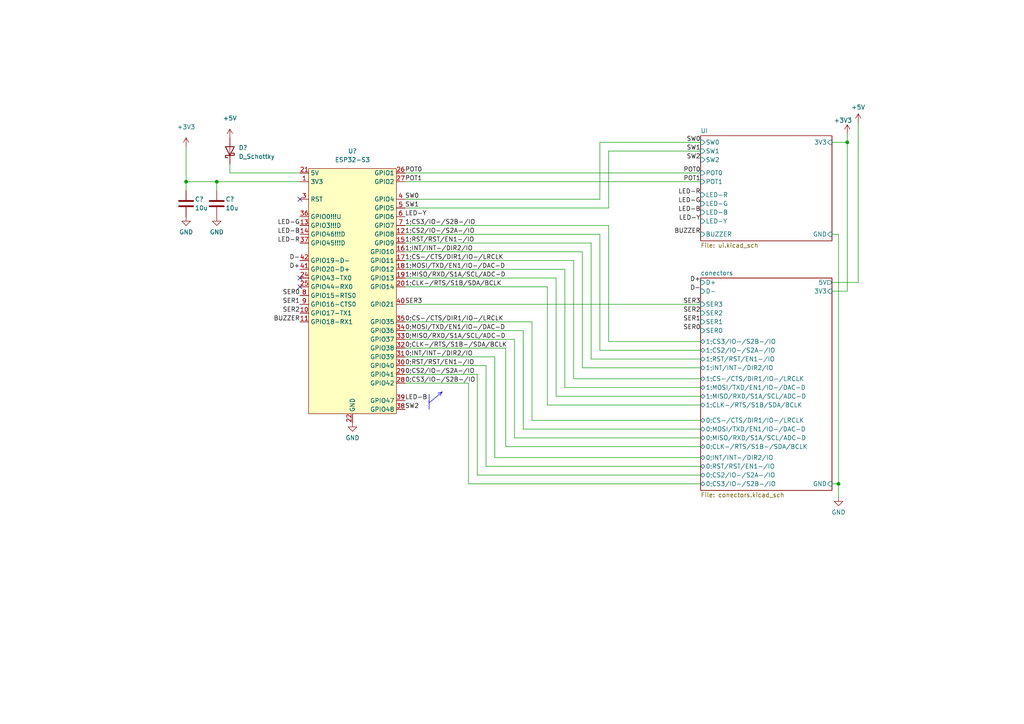
<source format=kicad_sch>
(kicad_sch (version 20211123) (generator eeschema)
  (paper "A4")
  (lib_symbols
    (symbol "Device:C" (pin_numbers hide) (pin_names (offset 0.254))
      (property "Reference" "C" (at 0.635 2.54 0))
      (property "Value" "C" (at 0.635 -2.54 0))
      (symbol "C_0_1"
        (polyline (pts (xy -2.032 -0.762) (xy 2.032 -0.762)) (stroke (width 0.508)))
        (polyline (pts (xy -2.032 0.762) (xy 2.032 0.762)) (stroke (width 0.508)))
      )
      (symbol "C_1_1"
        (pin passive line (at 0 3.81 270) (length 2.794) (name "~") (number "1"))
        (pin passive line (at 0 -3.81 90) (length 2.794) (name "~") (number "2"))
      )
    )
    (symbol "Device:D_Schottky" (pin_numbers hide) (pin_names (offset 1.016) hide)
      (property "Reference" "D" (at 0 2.54 0))
      (property "Value" "D_Schottky" (at 0 -2.54 0))
      (symbol "D_Schottky_0_1"
        (polyline (pts (xy 1.27 0) (xy -1.27 0)))
        (polyline (pts (xy 1.27 1.27) (xy 1.27 -1.27) (xy -1.27 0) (xy 1.27 1.27)) (stroke (width 0.254)))
        (polyline (pts (xy -1.905 0.635) (xy -1.905 1.27) (xy -1.27 1.27) (xy -1.27 -1.27) (xy -0.635 -1.27) (xy -0.635 -0.635)) (stroke (width 0.254)))
      )
      (symbol "D_Schottky_1_1"
        (pin passive line (at -3.81 0 0) (length 2.54) (name "K") (number "1"))
        (pin passive line (at 3.81 0 180) (length 2.54) (name "A") (number "2"))
      )
    )
    (symbol "Robotarna_KiCad_Library:ESP32-S3"
      (property "Reference" "U" (at 0 5.08 0))
      (property "Value" "ESP32-S3" (at 0 2.54 0))
      (symbol "ESP32-S3_0_1"
        (rectangle (start -12.7 1.27) (end 12.7 -69.85) (fill (type background)))
      )
      (symbol "ESP32-S3_1_1"
        (pin power_in line (at -15.24 -2.54 0) (length 2.54) (name "3V3") (number "1"))
        (pin bidirectional line (at -15.24 -40.64 0) (length 2.54) (name "GPIO17-TX1") (number "10"))
        (pin bidirectional line (at -15.24 -43.18 0) (length 2.54) (name "GPIO18-RX1") (number "11"))
        (pin bidirectional line (at 15.24 -17.78 180) (length 2.54) (name "GPIO8") (number "12"))
        (pin bidirectional line (at -15.24 -15.24 0) (length 2.54) (name "GPIO3!!!D") (number "13"))
        (pin bidirectional line (at -15.24 -17.78 0) (length 2.54) (name "GPIO46!!!D") (number "14"))
        (pin bidirectional line (at 15.24 -20.32 180) (length 2.54) (name "GPIO9") (number "15"))
        (pin bidirectional line (at 15.24 -22.86 180) (length 2.54) (name "GPIO10") (number "16"))
        (pin bidirectional line (at 15.24 -25.4 180) (length 2.54) (name "GPIO11") (number "17"))
        (pin bidirectional line (at 15.24 -27.94 180) (length 2.54) (name "GPIO12") (number "18"))
        (pin bidirectional line (at 15.24 -30.48 180) (length 2.54) (name "GPIO13") (number "19"))
        (pin bidirectional line (at 15.24 -33.02 180) (length 2.54) (name "GPIO14") (number "20"))
        (pin power_in line (at -15.24 0 0) (length 2.54) (name "5V") (number "21"))
        (pin bidirectional line (at 0 -72.39 90) (length 2.54) (name "GND") (number "22"))
        (pin bidirectional line (at -15.24 -30.48 0) (length 2.54) (name "GPIO43-TX0") (number "24"))
        (pin bidirectional line (at -15.24 -33.02 0) (length 2.54) (name "GPIO44-RX0") (number "25"))
        (pin bidirectional line (at 15.24 0 180) (length 2.54) (name "GPIO1") (number "26"))
        (pin bidirectional line (at 15.24 -2.54 180) (length 2.54) (name "GPIO2") (number "27"))
        (pin bidirectional line (at 15.24 -60.96 180) (length 2.54) (name "GPIO42") (number "28"))
        (pin bidirectional line (at 15.24 -58.42 180) (length 2.54) (name "GPIO41") (number "29"))
        (pin input line (at -15.24 -7.62 0) (length 2.54) (name "RST") (number "3"))
        (pin bidirectional line (at 15.24 -55.88 180) (length 2.54) (name "GPIO40") (number "30"))
        (pin bidirectional line (at 15.24 -53.34 180) (length 2.54) (name "GPIO39") (number "31"))
        (pin bidirectional line (at 15.24 -50.8 180) (length 2.54) (name "GPIO38") (number "32"))
        (pin bidirectional line (at 15.24 -48.26 180) (length 2.54) (name "GPIO37") (number "33"))
        (pin bidirectional line (at 15.24 -45.72 180) (length 2.54) (name "GPIO36") (number "34"))
        (pin bidirectional line (at 15.24 -43.18 180) (length 2.54) (name "GPIO35") (number "35"))
        (pin bidirectional line (at -15.24 -12.7 0) (length 2.54) (name "GPIO0!!!U") (number "36"))
        (pin bidirectional line (at -15.24 -20.32 0) (length 2.54) (name "GPIO45!!!D") (number "37"))
        (pin bidirectional line (at 15.24 -68.58 180) (length 2.54) (name "GPIO48") (number "38"))
        (pin bidirectional line (at 15.24 -66.04 180) (length 2.54) (name "GPIO47") (number "39"))
        (pin bidirectional line (at 15.24 -7.62 180) (length 2.54) (name "GPIO4") (number "4"))
        (pin bidirectional line (at 15.24 -38.1 180) (length 2.54) (name "GPIO21") (number "40"))
        (pin bidirectional line (at -15.24 -27.94 0) (length 2.54) (name "GPIO20-D+") (number "41"))
        (pin bidirectional line (at -15.24 -25.4 0) (length 2.54) (name "GPIO19-D-") (number "42"))
        (pin bidirectional line (at 15.24 -10.16 180) (length 2.54) (name "GPIO5") (number "5"))
        (pin bidirectional line (at 15.24 -12.7 180) (length 2.54) (name "GPIO6") (number "6"))
        (pin bidirectional line (at 15.24 -15.24 180) (length 2.54) (name "GPIO7") (number "7"))
        (pin bidirectional line (at -15.24 -35.56 0) (length 2.54) (name "GPIO15-RTS0") (number "8"))
        (pin bidirectional line (at -15.24 -38.1 0) (length 2.54) (name "GPIO16-CTS0") (number "9"))
      )
    )
    (symbol "power:+3V3" (power) (pin_names (offset 0))
      (property "Value" "+3V3" (at 0 3.556 0))
      (symbol "+3V3_0_1"
        (polyline (pts (xy -0.762 1.27) (xy 0 2.54)))
        (polyline (pts (xy 0 0) (xy 0 2.54)))
        (polyline (pts (xy 0 2.54) (xy 0.762 1.27)))
      )
      (symbol "+3V3_1_1"
        (pin power_in line (at 0 0 90) (length 0) hide (name "+3V3") (number "1"))
      )
    )
    (symbol "power:+5V" (power) (pin_names (offset 0))
      (property "Value" "+5V" (at 0 3.556 0))
      (symbol "+5V_0_1"
        (polyline (pts (xy -0.762 1.27) (xy 0 2.54)))
        (polyline (pts (xy 0 0) (xy 0 2.54)))
        (polyline (pts (xy 0 2.54) (xy 0.762 1.27)))
      )
      (symbol "+5V_1_1"
        (pin power_in line (at 0 0 90) (length 0) hide (name "+5V") (number "1"))
      )
    )
    (symbol "power:GND" (power) (pin_names (offset 0))
      (property "Value" "GND" (at 0 -3.81 0))
      (symbol "GND_0_1"
        (polyline (pts (xy 0 0) (xy 0 -1.27) (xy 1.27 -1.27) (xy 0 -2.54) (xy -1.27 -1.27) (xy 0 -1.27)))
      )
      (symbol "GND_1_1"
        (pin power_in line (at 0 0 270) (length 0) hide (name "GND") (number "1"))
      )
    )
  )
  (junction (at 53.975 52.705))
  (junction (at 245.745 41.275))
  (junction (at 243.205 140.335))
  (junction (at 62.865 52.705))
  (no_connect (at 86.995 83.185))
  (no_connect (at 86.995 80.645))
  (no_connect (at 86.995 57.785))
  (wire (pts (xy 203.2 41.275) (xy 173.99 41.275)))
  (wire (pts (xy 241.3 84.455) (xy 245.745 84.455)))
  (wire (pts (xy 203.2 129.54) (xy 146.685 129.54)))
  (wire (pts (xy 135.89 140.335) (xy 203.2 140.335)))
  (wire (pts (xy 173.99 67.945) (xy 117.475 67.945)))
  (wire (pts (xy 173.99 101.6) (xy 173.99 67.945)))
  (wire (pts (xy 245.745 84.455) (xy 245.745 41.275)))
  (wire (pts (xy 173.99 41.275) (xy 173.99 57.785)))
  (polyline (pts (xy 127 114.046) (xy 128.27 113.665)) (stroke (width 0) (type solid)))
  (polyline (pts (xy 128.27 113.665) (xy 124.46 116.84)) (stroke (width 0) (type solid)))
  (wire (pts (xy 117.475 70.485) (xy 171.45 70.485)))
  (wire (pts (xy 149.225 127) (xy 149.225 98.425)))
  (wire (pts (xy 117.475 75.565) (xy 166.37 75.565)))
  (wire (pts (xy 117.475 52.705) (xy 203.2 52.705)))
  (wire (pts (xy 146.685 100.965) (xy 117.475 100.965)))
  (wire (pts (xy 117.475 80.645) (xy 161.29 80.645)))
  (wire (pts (xy 151.765 95.885) (xy 151.765 124.46)))
  (wire (pts (xy 203.2 112.395) (xy 163.83 112.395)))
  (wire (pts (xy 146.685 129.54) (xy 146.685 100.965)))
  (wire (pts (xy 138.43 137.795) (xy 138.43 108.585)))
  (wire (pts (xy 143.51 103.505) (xy 143.51 132.715)))
  (wire (pts (xy 161.29 114.935) (xy 203.2 114.935)))
  (wire (pts (xy 168.91 73.025) (xy 117.475 73.025)))
  (wire (pts (xy 203.2 137.795) (xy 138.43 137.795)))
  (wire (pts (xy 53.975 52.705) (xy 53.975 55.245)))
  (polyline (pts (xy 124.46 114.3) (xy 124.46 118.745)) (stroke (width 0) (type solid)))
  (wire (pts (xy 151.765 124.46) (xy 203.2 124.46)))
  (wire (pts (xy 171.45 104.14) (xy 203.2 104.14)))
  (wire (pts (xy 203.2 106.68) (xy 168.91 106.68)))
  (wire (pts (xy 158.75 117.475) (xy 158.75 83.185)))
  (wire (pts (xy 203.2 117.475) (xy 158.75 117.475)))
  (wire (pts (xy 245.745 41.275) (xy 241.3 41.275)))
  (wire (pts (xy 176.53 60.325) (xy 176.53 43.815)))
  (wire (pts (xy 203.2 121.92) (xy 154.305 121.92)))
  (wire (pts (xy 86.995 52.705) (xy 62.865 52.705)))
  (wire (pts (xy 161.29 80.645) (xy 161.29 114.935)))
  (wire (pts (xy 243.205 144.145) (xy 243.205 140.335)))
  (wire (pts (xy 117.475 60.325) (xy 176.53 60.325)))
  (wire (pts (xy 117.475 103.505) (xy 143.51 103.505)))
  (wire (pts (xy 149.225 98.425) (xy 117.475 98.425)))
  (wire (pts (xy 176.53 43.815) (xy 203.2 43.815)))
  (wire (pts (xy 117.475 88.265) (xy 203.2 88.265)))
  (wire (pts (xy 62.865 52.705) (xy 53.975 52.705)))
  (wire (pts (xy 143.51 132.715) (xy 203.2 132.715)))
  (wire (pts (xy 117.475 111.125) (xy 135.89 111.125)))
  (wire (pts (xy 248.92 81.915) (xy 241.3 81.915)))
  (wire (pts (xy 248.92 35.56) (xy 248.92 81.915)))
  (wire (pts (xy 166.37 109.855) (xy 203.2 109.855)))
  (wire (pts (xy 154.305 121.92) (xy 154.305 93.345)))
  (wire (pts (xy 245.745 38.735) (xy 245.745 41.275)))
  (wire (pts (xy 140.97 135.255) (xy 140.97 106.045)))
  (wire (pts (xy 138.43 108.585) (xy 117.475 108.585)))
  (wire (pts (xy 243.205 140.335) (xy 243.205 67.945)))
  (wire (pts (xy 117.475 95.885) (xy 151.765 95.885)))
  (wire (pts (xy 176.53 65.405) (xy 117.475 65.405)))
  (wire (pts (xy 203.2 101.6) (xy 173.99 101.6)))
  (wire (pts (xy 203.2 99.06) (xy 176.53 99.06)))
  (polyline (pts (xy 128.27 113.665) (xy 127.635 114.808)) (stroke (width 0) (type solid)))
  (wire (pts (xy 241.3 140.335) (xy 243.205 140.335)))
  (wire (pts (xy 86.995 50.165) (xy 66.675 50.165)))
  (wire (pts (xy 163.83 112.395) (xy 163.83 78.105)))
  (wire (pts (xy 140.97 106.045) (xy 117.475 106.045)))
  (wire (pts (xy 66.675 50.165) (xy 66.675 47.625)))
  (wire (pts (xy 166.37 75.565) (xy 166.37 109.855)))
  (wire (pts (xy 168.91 106.68) (xy 168.91 73.025)))
  (wire (pts (xy 176.53 99.06) (xy 176.53 65.405)))
  (wire (pts (xy 171.45 70.485) (xy 171.45 104.14)))
  (wire (pts (xy 158.75 83.185) (xy 117.475 83.185)))
  (wire (pts (xy 154.305 93.345) (xy 117.475 93.345)))
  (wire (pts (xy 203.2 127) (xy 149.225 127)))
  (wire (pts (xy 243.205 67.945) (xy 241.3 67.945)))
  (wire (pts (xy 173.99 57.785) (xy 117.475 57.785)))
  (wire (pts (xy 117.475 50.165) (xy 203.2 50.165)))
  (polyline (pts (xy 124.46 116.84) (xy 124.46 116.205)) (stroke (width 0) (type solid)))
  (wire (pts (xy 163.83 78.105) (xy 117.475 78.105)))
  (wire (pts (xy 203.2 135.255) (xy 140.97 135.255)))
  (wire (pts (xy 62.865 52.705) (xy 62.865 55.245)))
  (wire (pts (xy 53.975 42.545) (xy 53.975 52.705)))
  (wire (pts (xy 135.89 111.125) (xy 135.89 140.335)))
  (label "SER0" (at 86.995 85.725 180))
  (label "SW1" (at 203.2 43.815 180))
  (label "SER1" (at 203.2 93.345 180))
  (label "0;INT{slash}INT-{slash}DIR2{slash}IO" (at 117.475 103.505 0))
  (label "0;CS2{slash}IO-{slash}S2A-{slash}IO" (at 117.475 108.585 0))
  (label "LED-Y" (at 117.475 62.865 0))
  (label "SW0" (at 117.475 57.785 0))
  (label "SER2" (at 203.2 90.805 180))
  (label "POT1" (at 117.475 52.705 0))
  (label "D-" (at 86.995 75.565 180))
  (label "0;CS3{slash}IO-{slash}S2B-{slash}IO" (at 117.475 111.125 0))
  (label "LED-G" (at 203.2 59.055 180))
  (label "0;MISO{slash}RXD{slash}S1A{slash}SCL{slash}ADC-D" (at 117.475 98.425 0))
  (label "LED-G" (at 86.995 65.405 180))
  (label "LED-R" (at 86.995 70.485 180))
  (label "SER3" (at 203.2 88.265 180))
  (label "1;MISO{slash}RXD{slash}S1A{slash}SCL{slash}ADC-D" (at 117.475 80.645 0))
  (label "0;MOSI{slash}TXD{slash}EN1{slash}IO-{slash}DAC-D" (at 117.475 95.885 0))
  (label "LED-Y" (at 203.2 64.135 180))
  (label "0;CS-{slash}CTS{slash}DIR1{slash}IO-{slash}LRCLK" (at 117.475 93.345 0))
  (label "SW2" (at 203.2 46.355 180))
  (label "POT0" (at 117.475 50.165 0))
  (label "0;RST{slash}RST{slash}EN1-{slash}IO" (at 117.475 106.045 0))
  (label "SER0" (at 203.2 95.885 180))
  (label "1;CS-{slash}CTS{slash}DIR1{slash}IO-{slash}LRCLK" (at 117.475 75.565 0))
  (label "SER1" (at 86.995 88.265 180))
  (label "LED-B" (at 86.995 67.945 180))
  (label "LED-R" (at 203.2 56.515 180))
  (label "SW0" (at 203.2 41.275 180))
  (label "D-" (at 203.2 84.455 180))
  (label "POT1" (at 203.2 52.705 180))
  (label "LED-B" (at 117.475 116.205 0))
  (label "POT0" (at 203.2 50.165 180))
  (label "SW2" (at 117.475 118.745 0))
  (label "SW1" (at 117.475 60.325 0))
  (label "1;CS2{slash}IO-{slash}S2A-{slash}IO" (at 117.475 67.945 0))
  (label "BUZZER" (at 203.2 67.945 180))
  (label "1;RST{slash}RST{slash}EN1-{slash}IO" (at 117.475 70.485 0))
  (label "D+" (at 203.2 81.915 180))
  (label "D+" (at 86.995 78.105 180))
  (label "SER2" (at 86.995 90.805 180))
  (label "1;CLK-{slash}RTS{slash}S1B{slash}SDA{slash}BCLK" (at 117.475 83.185 0))
  (label "BUZZER" (at 86.995 93.345 180))
  (label "1;MOSI{slash}TXD{slash}EN1{slash}IO-{slash}DAC-D" (at 117.475 78.105 0))
  (label "1;INT{slash}INT-{slash}DIR2{slash}IO" (at 117.475 73.025 0))
  (label "0;CLK-{slash}RTS{slash}S1B-{slash}SDA{slash}BCLK" (at 117.475 100.965 0))
  (label "SER3" (at 117.475 88.265 0))
  (label "1;CS3{slash}IO-{slash}S2B-{slash}IO" (at 117.475 65.405 0))
  (label "LED-B" (at 203.2 61.595 180))
  (symbol (lib_id "power:+5V") (at 248.92 35.56 0) (unit 1)
    (property "Reference" "#PWR?" (effects hide))
    (property "Value" "+5V" (at 248.92 31.115 0))
  )
  (symbol (lib_id "Robotarna_KiCad_Library:ESP32-S3") (at 102.235 50.165 0) (unit 1)
    (property "Reference" "U?" (at 102.235 43.815 0))
    (property "Value" "ESP32-S3" (at 102.235 46.355 0))
    (property "Footprint" "Robotarna_KiCad_Library:ESP32-devkit_v1" (effects hide))
    (property "Datasheet" "https://media.digikey.com/pdf/Data%20Sheets/~No%20Display/Espressif%20PDFs/ESP32-S3-DevKitC-1.pdf" (effects hide))
  )
  (symbol (lib_id "power:+3V3") (at 245.745 38.735 0) (unit 1)
    (property "Reference" "#PWR?" (effects hide))
    (property "Value" "+3V3" (at 244.475 34.925 0))
  )
  (symbol (lib_id "Device:C") (at 62.865 59.055 0) (unit 1)
    (property "Reference" "C?" (at 65.405 57.785 0) (effects (justify left)))
    (property "Value" "10u" (at 65.405 60.325 0) (effects (justify left)))
    (property "Footprint" "Capacitor_SMD:C_0603_1608Metric" (effects hide))
    (property "LCSC" "C96446" (effects hide))
  )
  (symbol (lib_id "Device:C") (at 53.975 59.055 0) (unit 1)
    (property "Reference" "C?" (at 56.515 57.785 0) (effects (justify left)))
    (property "Value" "10u" (at 56.515 60.325 0) (effects (justify left)))
    (property "Footprint" "Capacitor_SMD:C_0603_1608Metric" (effects hide))
    (property "LCSC" "C96446" (effects hide))
  )
  (symbol (lib_id "power:+3V3") (at 53.975 42.545 0) (unit 1)
    (property "Reference" "#PWR?" (effects hide))
    (property "Value" "+3V3" (at 53.975 36.83 0))
  )
  (symbol (lib_id "power:GND") (at 102.235 122.555 0) (unit 1)
    (property "Reference" "#PWR?" (effects hide))
    (property "Value" "GND" (at 102.235 127 0))
  )
  (symbol (lib_id "power:GND") (at 243.205 144.145 0) (unit 1)
    (property "Reference" "#PWR?" (effects hide))
    (property "Value" "GND" (at 243.205 148.59 0))
  )
  (symbol (lib_id "Device:D_Schottky") (at 66.675 43.815 90) (unit 1)
    (property "Reference" "D?" (at 69.215 42.8624 90) (effects (justify right)))
    (property "Value" "D_Schottky" (at 69.215 45.4024 90) (effects (justify right)))
    (property "Footprint" "Diode_SMD:D_SMA" (effects hide))
    (property "LCSC" "C22452" (effects hide))
  )
  (symbol (lib_id "power:+5V") (at 66.675 40.005 0) (unit 1)
    (property "Reference" "#PWR?" (effects hide))
    (property "Value" "+5V" (at 66.675 34.29 0))
  )
  (symbol (lib_id "power:GND") (at 62.865 62.865 0) (unit 1)
    (property "Reference" "#PWR?" (effects hide))
    (property "Value" "GND" (at 62.865 67.31 0))
  )
  (symbol (lib_id "power:GND") (at 53.975 62.865 0) (unit 1)
    (property "Reference" "#PWR?" (effects hide))
    (property "Value" "GND" (at 53.975 67.31 0))
  )
  (sheet (at 203.2 80.645) (size 38.1 61.595) (stroke (width 0.1524))
    (property "Sheet name" "conectors" (at 203.2 79.9334 0) (effects (justify left bottom)))
    (property "Sheet file" "conectors.kicad_sch" (at 203.2 142.8246 0) (effects (justify left top)))
    (pin "0;CS3{slash}IO-{slash}S2B-{slash}IO" bidirectional (at 203.2 140.335 180))
    (pin "0;CS2{slash}IO-{slash}S2A-{slash}IO" bidirectional (at 203.2 137.795 180))
    (pin "0;RST{slash}RST{slash}EN1-{slash}IO" bidirectional (at 203.2 135.255 180))
    (pin "0;INT{slash}INT-{slash}DIR2{slash}IO" bidirectional (at 203.2 132.715 180))
    (pin "GND" input (at 241.3 140.335 0))
    (pin "1;MOSI{slash}TXD{slash}EN1{slash}IO-{slash}DAC-D" bidirectional (at 203.2 112.395 180))
    (pin "1;CLK-{slash}RTS{slash}S1B{slash}SDA{slash}BCLK" bidirectional (at 203.2 117.475 180))
    (pin "1;MISO{slash}RXD{slash}S1A{slash}SCL{slash}ADC-D" bidirectional (at 203.2 114.935 180))
    (pin "1;CS-{slash}CTS{slash}DIR1{slash}IO-{slash}LRCLK" bidirectional (at 203.2 109.855 180))
    (pin "1;INT{slash}INT-{slash}DIR2{slash}IO" bidirectional (at 203.2 106.68 180))
    (pin "1;CS3{slash}IO-{slash}S2B-{slash}IO" bidirectional (at 203.2 99.06 180))
    (pin "1;CS2{slash}IO-{slash}S2A-{slash}IO" bidirectional (at 203.2 101.6 180))
    (pin "1;RST{slash}RST{slash}EN1-{slash}IO" bidirectional (at 203.2 104.14 180))
    (pin "0;CLK-{slash}RTS{slash}S1B-{slash}SDA{slash}BCLK" bidirectional (at 203.2 129.54 180))
    (pin "0;MOSI{slash}TXD{slash}EN1{slash}IO-{slash}DAC-D" bidirectional (at 203.2 124.46 180))
    (pin "0;CS-{slash}CTS{slash}DIR1{slash}IO-{slash}LRCLK" bidirectional (at 203.2 121.92 180))
    (pin "0;MISO{slash}RXD{slash}S1A{slash}SCL{slash}ADC-D" bidirectional (at 203.2 127 180))
    (pin "D+" input (at 203.2 81.915 180))
    (pin "D-" input (at 203.2 84.455 180))
    (pin "SER3" input (at 203.2 88.265 180))
    (pin "SER1" input (at 203.2 93.345 180))
    (pin "SER0" input (at 203.2 95.885 180))
    (pin "SER2" input (at 203.2 90.805 180))
    (pin "3V3" input (at 241.3 84.455 0))
    (pin "5V" output (at 241.3 81.915 0))
  )
  (sheet (at 203.2 39.37) (size 38.1 30.48) (stroke (width 0.1524))
    (property "Sheet name" "UI" (at 203.2 38.6584 0) (effects (justify left bottom)))
    (property "Sheet file" "ui.kicad_sch" (at 203.2 70.4346 0) (effects (justify left top)))
    (pin "GND" input (at 241.3 67.945 0))
    (pin "3V3" input (at 241.3 41.275 0))
    (pin "SW2" input (at 203.2 46.355 180))
    (pin "SW1" input (at 203.2 43.815 180))
    (pin "BUZZER" input (at 203.2 67.945 180))
    (pin "SW0" input (at 203.2 41.275 180))
    (pin "POT0" input (at 203.2 50.165 180))
    (pin "POT1" input (at 203.2 52.705 180))
    (pin "LED-G" input (at 203.2 59.055 180))
    (pin "LED-R" input (at 203.2 56.515 180))
    (pin "LED-Y" input (at 203.2 64.135 180))
    (pin "LED-B" input (at 203.2 61.595 180))
  )
)
</source>
